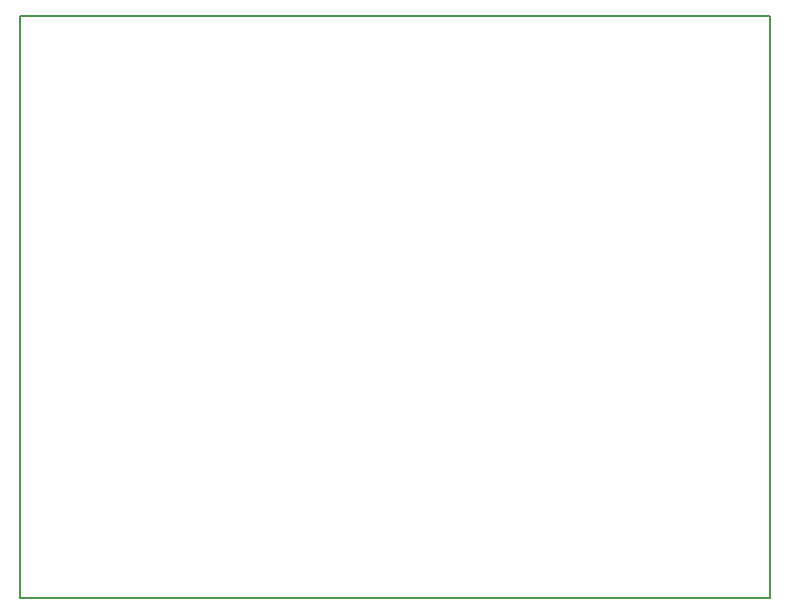
<source format=gbr>
G04 #@! TF.FileFunction,Profile,NP*
%FSLAX46Y46*%
G04 Gerber Fmt 4.6, Leading zero omitted, Abs format (unit mm)*
G04 Created by KiCad (PCBNEW 4.0.6) date Wed Jul 19 18:28:27 2017*
%MOMM*%
%LPD*%
G01*
G04 APERTURE LIST*
%ADD10C,0.100000*%
%ADD11C,0.150000*%
G04 APERTURE END LIST*
D10*
D11*
X116840000Y-125476000D02*
X180340000Y-125476000D01*
X180340000Y-76200000D02*
X180340000Y-78740000D01*
X116840000Y-76200000D02*
X116840000Y-78740000D01*
X180340000Y-76200000D02*
X116840000Y-76200000D01*
X180340000Y-125476000D02*
X180340000Y-78740000D01*
X116840000Y-78740000D02*
X116840000Y-125476000D01*
M02*

</source>
